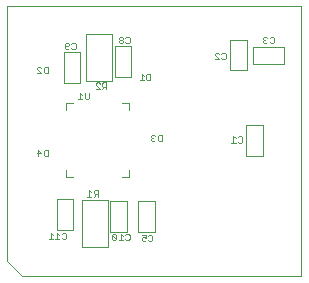
<source format=gbo>
G75*
%MOIN*%
%OFA0B0*%
%FSLAX25Y25*%
%IPPOS*%
%LPD*%
%AMOC8*
5,1,8,0,0,1.08239X$1,22.5*
%
%ADD10C,0.00000*%
%ADD11C,0.00394*%
%ADD12C,0.00300*%
D10*
X0027595Y0028433D02*
X0027595Y0113433D01*
X0125595Y0113433D01*
X0125595Y0023433D01*
X0032595Y0023433D01*
X0027595Y0028433D01*
D11*
X0044039Y0038915D02*
X0049551Y0038915D01*
X0049551Y0049151D01*
X0044039Y0049151D01*
X0044039Y0038915D01*
X0052394Y0033229D02*
X0052394Y0048977D01*
X0061056Y0048977D01*
X0061056Y0033229D01*
X0052394Y0033229D01*
X0061809Y0038215D02*
X0067321Y0038215D01*
X0067321Y0048451D01*
X0061809Y0048451D01*
X0061809Y0038215D01*
X0071239Y0038315D02*
X0076751Y0038315D01*
X0076751Y0048551D01*
X0071239Y0048551D01*
X0071239Y0038315D01*
X0068028Y0056571D02*
X0065705Y0056571D01*
X0068028Y0056571D02*
X0068028Y0058854D01*
X0049446Y0056531D02*
X0047162Y0056531D01*
X0047162Y0058854D01*
X0047201Y0079012D02*
X0047201Y0081335D01*
X0049485Y0081335D01*
X0051851Y0087815D02*
X0046339Y0087815D01*
X0046339Y0098051D01*
X0051851Y0098051D01*
X0051851Y0087815D01*
X0053764Y0088559D02*
X0062426Y0088559D01*
X0062426Y0104307D01*
X0053764Y0104307D01*
X0053764Y0088559D01*
X0063339Y0089815D02*
X0068851Y0089815D01*
X0068851Y0100051D01*
X0063339Y0100051D01*
X0063339Y0089815D01*
X0065705Y0081335D02*
X0068028Y0081335D01*
X0068028Y0079012D01*
X0101839Y0092045D02*
X0107351Y0092045D01*
X0107351Y0102281D01*
X0101839Y0102281D01*
X0101839Y0092045D01*
X0109477Y0094177D02*
X0109477Y0099689D01*
X0119713Y0099689D01*
X0119713Y0094177D01*
X0109477Y0094177D01*
X0107159Y0073881D02*
X0107159Y0063645D01*
X0112671Y0063645D01*
X0112671Y0073881D01*
X0107159Y0073881D01*
D12*
X0105529Y0070062D02*
X0104828Y0070062D01*
X0104478Y0069711D01*
X0103670Y0069361D02*
X0102969Y0070062D01*
X0102969Y0067960D01*
X0103670Y0067960D02*
X0102268Y0067960D01*
X0104478Y0068310D02*
X0104828Y0067960D01*
X0105529Y0067960D01*
X0105879Y0068310D01*
X0105879Y0069711D01*
X0105529Y0070062D01*
X0079051Y0070622D02*
X0079051Y0068520D01*
X0078001Y0068520D01*
X0077650Y0068870D01*
X0077650Y0070272D01*
X0078001Y0070622D01*
X0079051Y0070622D01*
X0076842Y0070272D02*
X0076491Y0070622D01*
X0075791Y0070622D01*
X0075440Y0070272D01*
X0075440Y0069921D01*
X0075791Y0069571D01*
X0075440Y0069221D01*
X0075440Y0068870D01*
X0075791Y0068520D01*
X0076491Y0068520D01*
X0076842Y0068870D01*
X0076141Y0069571D02*
X0075791Y0069571D01*
X0060601Y0085927D02*
X0060601Y0088029D01*
X0059550Y0088029D01*
X0059200Y0087679D01*
X0059200Y0086978D01*
X0059550Y0086628D01*
X0060601Y0086628D01*
X0059901Y0086628D02*
X0059200Y0085927D01*
X0058391Y0085927D02*
X0056990Y0087328D01*
X0056990Y0087679D01*
X0057340Y0088029D01*
X0058041Y0088029D01*
X0058391Y0087679D01*
X0058391Y0085927D02*
X0056990Y0085927D01*
X0054751Y0084560D02*
X0054751Y0082809D01*
X0054400Y0082459D01*
X0053700Y0082459D01*
X0053350Y0082809D01*
X0053350Y0084560D01*
X0052541Y0083860D02*
X0051840Y0084560D01*
X0051840Y0082459D01*
X0051140Y0082459D02*
X0052541Y0082459D01*
X0041051Y0091020D02*
X0040001Y0091020D01*
X0039650Y0091370D01*
X0039650Y0092772D01*
X0040001Y0093122D01*
X0041051Y0093122D01*
X0041051Y0091020D01*
X0038842Y0091020D02*
X0037440Y0092421D01*
X0037440Y0092772D01*
X0037791Y0093122D01*
X0038491Y0093122D01*
X0038842Y0092772D01*
X0038842Y0091020D02*
X0037440Y0091020D01*
X0046740Y0099477D02*
X0046740Y0100878D01*
X0047090Y0101228D01*
X0047790Y0101228D01*
X0048141Y0100878D01*
X0048141Y0100528D01*
X0047790Y0100177D01*
X0046740Y0100177D01*
X0046740Y0099477D02*
X0047090Y0099126D01*
X0047790Y0099126D01*
X0048141Y0099477D01*
X0048949Y0099477D02*
X0049300Y0099126D01*
X0050000Y0099126D01*
X0050351Y0099477D01*
X0050351Y0100878D01*
X0050000Y0101228D01*
X0049300Y0101228D01*
X0048949Y0100878D01*
X0064740Y0101477D02*
X0065090Y0101126D01*
X0065790Y0101126D01*
X0066141Y0101477D01*
X0066141Y0101827D01*
X0065790Y0102177D01*
X0065090Y0102177D01*
X0064740Y0101827D01*
X0064740Y0101477D01*
X0065090Y0102177D02*
X0064740Y0102528D01*
X0064740Y0102878D01*
X0065090Y0103228D01*
X0065790Y0103228D01*
X0066141Y0102878D01*
X0066141Y0102528D01*
X0065790Y0102177D01*
X0066949Y0101477D02*
X0067300Y0101126D01*
X0068000Y0101126D01*
X0068351Y0101477D01*
X0068351Y0102878D01*
X0068000Y0103228D01*
X0067300Y0103228D01*
X0066949Y0102878D01*
X0072348Y0090848D02*
X0072348Y0088746D01*
X0071648Y0088746D02*
X0073049Y0088746D01*
X0073857Y0089096D02*
X0073857Y0090498D01*
X0074208Y0090848D01*
X0075259Y0090848D01*
X0075259Y0088746D01*
X0074208Y0088746D01*
X0073857Y0089096D01*
X0073049Y0090147D02*
X0072348Y0090848D01*
X0096740Y0095856D02*
X0098141Y0095856D01*
X0096740Y0097258D01*
X0096740Y0097608D01*
X0097090Y0097958D01*
X0097790Y0097958D01*
X0098141Y0097608D01*
X0098949Y0097608D02*
X0099300Y0097958D01*
X0100000Y0097958D01*
X0100351Y0097608D01*
X0100351Y0096207D01*
X0100000Y0095856D01*
X0099300Y0095856D01*
X0098949Y0096207D01*
X0112848Y0101490D02*
X0113199Y0101140D01*
X0113899Y0101140D01*
X0114250Y0101490D01*
X0115058Y0101490D02*
X0115409Y0101140D01*
X0116109Y0101140D01*
X0116459Y0101490D01*
X0116459Y0102891D01*
X0116109Y0103242D01*
X0115409Y0103242D01*
X0115058Y0102891D01*
X0114250Y0102891D02*
X0113899Y0103242D01*
X0113199Y0103242D01*
X0112848Y0102891D01*
X0112848Y0102541D01*
X0113199Y0102191D01*
X0112848Y0101840D01*
X0112848Y0101490D01*
X0113199Y0102191D02*
X0113549Y0102191D01*
X0057839Y0052111D02*
X0056788Y0052111D01*
X0056438Y0051760D01*
X0056438Y0051060D01*
X0056788Y0050710D01*
X0057839Y0050710D01*
X0057138Y0050710D02*
X0056438Y0050009D01*
X0055629Y0050009D02*
X0054228Y0050009D01*
X0054928Y0050009D02*
X0054928Y0052111D01*
X0055629Y0051410D01*
X0057839Y0052111D02*
X0057839Y0050009D01*
X0062850Y0037628D02*
X0062500Y0037278D01*
X0063901Y0035877D01*
X0063551Y0035526D01*
X0062850Y0035526D01*
X0062500Y0035877D01*
X0062500Y0037278D01*
X0062850Y0037628D02*
X0063551Y0037628D01*
X0063901Y0037278D01*
X0063901Y0035877D01*
X0064710Y0035526D02*
X0066111Y0035526D01*
X0065410Y0035526D02*
X0065410Y0037628D01*
X0066111Y0036928D01*
X0066919Y0037278D02*
X0067270Y0037628D01*
X0067970Y0037628D01*
X0068321Y0037278D01*
X0068321Y0035877D01*
X0067970Y0035526D01*
X0067270Y0035526D01*
X0066919Y0035877D01*
X0072348Y0036091D02*
X0072348Y0035390D01*
X0072699Y0035040D01*
X0073399Y0035040D01*
X0073750Y0035390D01*
X0073750Y0036091D02*
X0073049Y0036441D01*
X0072699Y0036441D01*
X0072348Y0036091D01*
X0072348Y0037142D02*
X0073750Y0037142D01*
X0073750Y0036091D01*
X0074558Y0036791D02*
X0074909Y0037142D01*
X0075609Y0037142D01*
X0075959Y0036791D01*
X0075959Y0035390D01*
X0075609Y0035040D01*
X0074909Y0035040D01*
X0074558Y0035390D01*
X0047151Y0036077D02*
X0046800Y0035726D01*
X0046100Y0035726D01*
X0045749Y0036077D01*
X0044941Y0035726D02*
X0043540Y0035726D01*
X0044240Y0035726D02*
X0044240Y0037828D01*
X0044941Y0037128D01*
X0045749Y0037478D02*
X0046100Y0037828D01*
X0046800Y0037828D01*
X0047151Y0037478D01*
X0047151Y0036077D01*
X0042731Y0035726D02*
X0041330Y0035726D01*
X0042030Y0035726D02*
X0042030Y0037828D01*
X0042731Y0037128D01*
X0041051Y0063520D02*
X0040001Y0063520D01*
X0039650Y0063870D01*
X0039650Y0065272D01*
X0040001Y0065622D01*
X0041051Y0065622D01*
X0041051Y0063520D01*
X0038842Y0064571D02*
X0037440Y0064571D01*
X0037791Y0063520D02*
X0037791Y0065622D01*
X0038842Y0064571D01*
M02*

</source>
